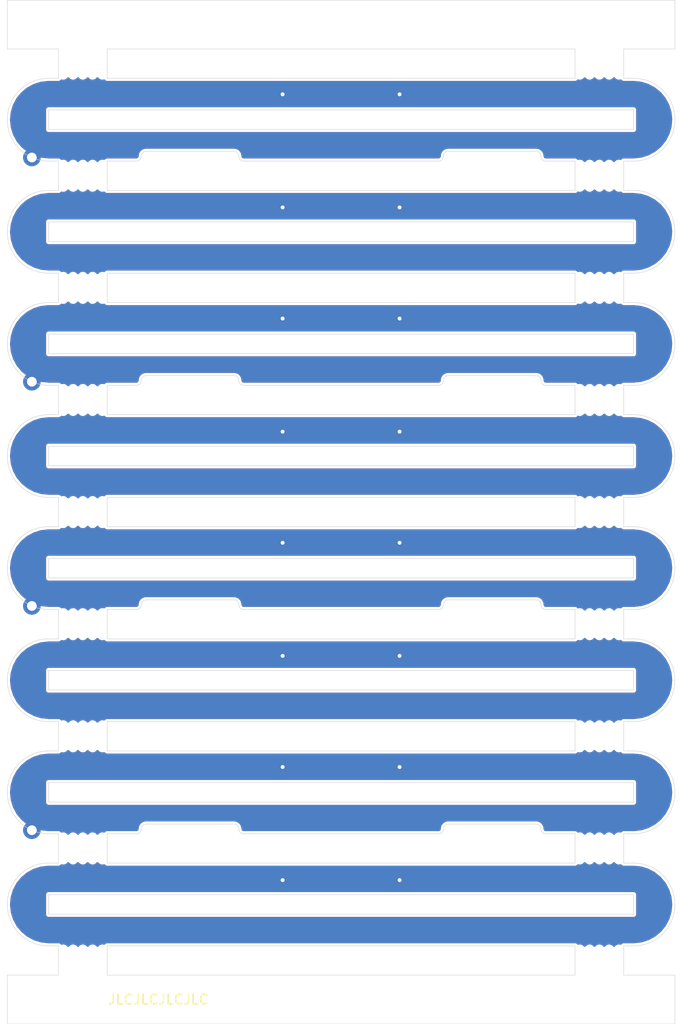
<source format=kicad_pcb>
(kicad_pcb (version 20171130) (host pcbnew "(5.1.10-1-10_14)")
  (layers (0 F.Cu signal) (31 B.Cu signal) (34 B.Paste user) (35 F.Paste user) (36 B.SilkS user) (37 F.SilkS user) (38 B.Mask user) (39 F.Mask user) (44 Edge.Cuts user))
  (net 0 "")
  (net 1 GND)
  (module cycfi_library:mounting_hole_st1.9 (layer F.Cu) (at 32.5 20.5)
    (fp_text reference REF** hide)
    (fp_text value mounting_hole_st1.9)
    (pad "" np_thru_hole circle (at 0 0) (size 2 2) (drill 2) (layers *.Cu *.Mask))
  )
  (module cycfi_library:mounting_hole_st1.9 (layer F.Cu) (at 87.5 20.5)
    (fp_text reference REF** hide)
    (fp_text value mounting_hole_st1.9)
    (pad "" np_thru_hole circle (at 0 0) (size 2 2) (drill 2) (layers *.Cu *.Mask))
  )
  (module cycfi_library:mounting_hole_st1.9 (layer F.Cu) (at 87.5 120.5)
    (fp_text reference REF** hide)
    (fp_text value mounting_hole_st1.9)
    (pad "" np_thru_hole circle (at 0 0) (size 2 2) (drill 2) (layers *.Cu *.Mask))
  )
  (module cycfi_library:mounting_hole_st1.9 (layer F.Cu) (at 32.5 120.5)
    (fp_text reference REF** hide)
    (fp_text value mounting_hole_st1.9)
    (pad "" np_thru_hole circle (at 0 0) (size 2 2) (drill 2) (layers *.Cu *.Mask))
  )
  (module cycfi_library:mouse-bite-3mm-slot-one-side (layer F.Cu) (at 86.5 116.5 180)
    (fp_text reference mouse-bite-3mm-slot hide)
    (fp_text value VAL** hide)
    (pad "" np_thru_hole circle (at 2 1.15 180) (size 0.5 0.5) (drill 0.5) (layers *.Cu *.Mask))
    (pad "" np_thru_hole circle (at -2 1.15 180) (size 0.5 0.5) (drill 0.5) (layers *.Cu *.Mask))
    (pad "" np_thru_hole circle (at 0 1.15 180) (size 0.5 0.5) (drill 0.5) (layers *.Cu *.Mask))
    (pad "" np_thru_hole circle (at -1 1.15 180) (size 0.5 0.5) (drill 0.5) (layers *.Cu *.Mask))
    (pad "" np_thru_hole circle (at 1 1.15 180) (size 0.5 0.5) (drill 0.5) (layers *.Cu *.Mask))
  )
  (module cycfi_library:mouse-bite-3mm-slot-one-side (layer F.Cu) (at 33.5 116.5 180)
    (fp_text reference mouse-bite-3mm-slot hide)
    (fp_text value VAL** hide)
    (pad "" np_thru_hole circle (at 2 1.15 180) (size 0.5 0.5) (drill 0.5) (layers *.Cu *.Mask))
    (pad "" np_thru_hole circle (at -2 1.15 180) (size 0.5 0.5) (drill 0.5) (layers *.Cu *.Mask))
    (pad "" np_thru_hole circle (at 0 1.15 180) (size 0.5 0.5) (drill 0.5) (layers *.Cu *.Mask))
    (pad "" np_thru_hole circle (at -1 1.15 180) (size 0.5 0.5) (drill 0.5) (layers *.Cu *.Mask))
    (pad "" np_thru_hole circle (at 1 1.15 180) (size 0.5 0.5) (drill 0.5) (layers *.Cu *.Mask))
  )
  (module cycfi_library:mouse-bite-3mm-slot-one-side (layer F.Cu) (at 86.5 24.5)
    (fp_text reference mouse-bite-3mm-slot hide)
    (fp_text value VAL** hide)
    (pad "" np_thru_hole circle (at 2 1.15) (size 0.5 0.5) (drill 0.5) (layers *.Cu *.Mask))
    (pad "" np_thru_hole circle (at -2 1.15) (size 0.5 0.5) (drill 0.5) (layers *.Cu *.Mask))
    (pad "" np_thru_hole circle (at 0 1.15) (size 0.5 0.5) (drill 0.5) (layers *.Cu *.Mask))
    (pad "" np_thru_hole circle (at -1 1.15) (size 0.5 0.5) (drill 0.5) (layers *.Cu *.Mask))
    (pad "" np_thru_hole circle (at 1 1.15) (size 0.5 0.5) (drill 0.5) (layers *.Cu *.Mask))
  )
  (module cycfi_library:mouse-bite-3mm-slot-one-side (layer F.Cu) (at 33.5 24.5)
    (fp_text reference mouse-bite-3mm-slot hide)
    (fp_text value VAL** hide)
    (pad "" np_thru_hole circle (at 2 1.15) (size 0.5 0.5) (drill 0.5) (layers *.Cu *.Mask))
    (pad "" np_thru_hole circle (at -2 1.15) (size 0.5 0.5) (drill 0.5) (layers *.Cu *.Mask))
    (pad "" np_thru_hole circle (at 0 1.15) (size 0.5 0.5) (drill 0.5) (layers *.Cu *.Mask))
    (pad "" np_thru_hole circle (at -1 1.15) (size 0.5 0.5) (drill 0.5) (layers *.Cu *.Mask))
    (pad "" np_thru_hole circle (at 1 1.15) (size 0.5 0.5) (drill 0.5) (layers *.Cu *.Mask))
  )
  (module cycfi_library:round-single-pad-1.8mm-th (layer F.Cu) (at 28.27 103.13)
    (fp_text reference H3 hide)
    (fp_text value single_pad_smd)
    (pad 1 thru_hole circle (at 0 0) (size 1.8 1.8) (drill 1) (layers *.Cu *.Mask) (net 1 GND))
  )
  (module cycfi_library:round-single-pad-1.8mm-th (layer F.Cu) (at 28.27 80.13)
    (fp_text reference H3 hide)
    (fp_text value single_pad_smd)
    (pad 1 thru_hole circle (at 0 0) (size 1.8 1.8) (drill 1) (layers *.Cu *.Mask) (net 1 GND))
  )
  (module cycfi_library:round-single-pad-1.8mm-th (layer F.Cu) (at 28.27 57.13)
    (fp_text reference H3 hide)
    (fp_text value single_pad_smd)
    (pad 1 thru_hole circle (at 0 0) (size 1.8 1.8) (drill 1) (layers *.Cu *.Mask) (net 1 GND))
  )
  (module cycfi_library:single-pad-10x2 (layer B.Cu) (at 60 96.65)
    (fp_text reference H4 hide)
    (fp_text value "Core GND")
    (pad 1 smd rect (at 0 0) (size 10 2) (layers B.Cu B.Paste B.Mask) (net 1 GND))
  )
  (module cycfi_library:single-pad-10x2 (layer B.Cu) (at 60 73.65)
    (fp_text reference H4 hide)
    (fp_text value "Core GND")
    (pad 1 smd rect (at 0 0) (size 10 2) (layers B.Cu B.Paste B.Mask) (net 1 GND))
  )
  (module cycfi_library:single-pad-10x2 (layer B.Cu) (at 60 50.65)
    (fp_text reference H4 hide)
    (fp_text value "Core GND")
    (pad 1 smd rect (at 0 0) (size 10 2) (layers B.Cu B.Paste B.Mask) (net 1 GND))
  )
  (module cycfi_library:mouse-bite-3mm-slot (layer F.Cu) (at 33.5 105)
    (fp_text reference mouse-bite-3mm-slot hide)
    (fp_text value VAL** hide)
    (pad "" np_thru_hole circle (at -2 1.15) (size 0.5 0.5) (drill 0.5) (layers *.Cu *.Mask))
    (pad "" np_thru_hole circle (at -2 -1.15) (size 0.5 0.5) (drill 0.5) (layers *.Cu *.Mask))
    (pad "" np_thru_hole circle (at 2 1.15) (size 0.5 0.5) (drill 0.5) (layers *.Cu *.Mask))
    (pad "" np_thru_hole circle (at 2 -1.15) (size 0.5 0.5) (drill 0.5) (layers *.Cu *.Mask))
    (pad "" np_thru_hole circle (at 0 -1.15) (size 0.5 0.5) (drill 0.5) (layers *.Cu *.Mask))
    (pad "" np_thru_hole circle (at 0 1.15) (size 0.5 0.5) (drill 0.5) (layers *.Cu *.Mask))
    (pad "" np_thru_hole circle (at 1 -1.15) (size 0.5 0.5) (drill 0.5) (layers *.Cu *.Mask))
    (pad "" np_thru_hole circle (at -1 -1.15) (size 0.5 0.5) (drill 0.5) (layers *.Cu *.Mask))
    (pad "" np_thru_hole circle (at -1 1.15) (size 0.5 0.5) (drill 0.5) (layers *.Cu *.Mask))
    (pad "" np_thru_hole circle (at 1 1.15) (size 0.5 0.5) (drill 0.5) (layers *.Cu *.Mask))
  )
  (module cycfi_library:mouse-bite-3mm-slot (layer F.Cu) (at 33.5 82)
    (fp_text reference mouse-bite-3mm-slot hide)
    (fp_text value VAL** hide)
    (pad "" np_thru_hole circle (at -2 1.15) (size 0.5 0.5) (drill 0.5) (layers *.Cu *.Mask))
    (pad "" np_thru_hole circle (at -2 -1.15) (size 0.5 0.5) (drill 0.5) (layers *.Cu *.Mask))
    (pad "" np_thru_hole circle (at 2 1.15) (size 0.5 0.5) (drill 0.5) (layers *.Cu *.Mask))
    (pad "" np_thru_hole circle (at 2 -1.15) (size 0.5 0.5) (drill 0.5) (layers *.Cu *.Mask))
    (pad "" np_thru_hole circle (at 0 -1.15) (size 0.5 0.5) (drill 0.5) (layers *.Cu *.Mask))
    (pad "" np_thru_hole circle (at 0 1.15) (size 0.5 0.5) (drill 0.5) (layers *.Cu *.Mask))
    (pad "" np_thru_hole circle (at 1 -1.15) (size 0.5 0.5) (drill 0.5) (layers *.Cu *.Mask))
    (pad "" np_thru_hole circle (at -1 -1.15) (size 0.5 0.5) (drill 0.5) (layers *.Cu *.Mask))
    (pad "" np_thru_hole circle (at -1 1.15) (size 0.5 0.5) (drill 0.5) (layers *.Cu *.Mask))
    (pad "" np_thru_hole circle (at 1 1.15) (size 0.5 0.5) (drill 0.5) (layers *.Cu *.Mask))
  )
  (module cycfi_library:mouse-bite-3mm-slot (layer F.Cu) (at 33.5 59)
    (fp_text reference mouse-bite-3mm-slot hide)
    (fp_text value VAL** hide)
    (pad "" np_thru_hole circle (at -2 1.15) (size 0.5 0.5) (drill 0.5) (layers *.Cu *.Mask))
    (pad "" np_thru_hole circle (at -2 -1.15) (size 0.5 0.5) (drill 0.5) (layers *.Cu *.Mask))
    (pad "" np_thru_hole circle (at 2 1.15) (size 0.5 0.5) (drill 0.5) (layers *.Cu *.Mask))
    (pad "" np_thru_hole circle (at 2 -1.15) (size 0.5 0.5) (drill 0.5) (layers *.Cu *.Mask))
    (pad "" np_thru_hole circle (at 0 -1.15) (size 0.5 0.5) (drill 0.5) (layers *.Cu *.Mask))
    (pad "" np_thru_hole circle (at 0 1.15) (size 0.5 0.5) (drill 0.5) (layers *.Cu *.Mask))
    (pad "" np_thru_hole circle (at 1 -1.15) (size 0.5 0.5) (drill 0.5) (layers *.Cu *.Mask))
    (pad "" np_thru_hole circle (at -1 -1.15) (size 0.5 0.5) (drill 0.5) (layers *.Cu *.Mask))
    (pad "" np_thru_hole circle (at -1 1.15) (size 0.5 0.5) (drill 0.5) (layers *.Cu *.Mask))
    (pad "" np_thru_hole circle (at 1 1.15) (size 0.5 0.5) (drill 0.5) (layers *.Cu *.Mask))
  )
  (module cycfi_library:mouse-bite-3mm-slot (layer F.Cu) (at 86.5 93.5)
    (fp_text reference mouse-bite-3mm-slot hide)
    (fp_text value VAL** hide)
    (pad "" np_thru_hole circle (at -2 1.15) (size 0.5 0.5) (drill 0.5) (layers *.Cu *.Mask))
    (pad "" np_thru_hole circle (at -2 -1.15) (size 0.5 0.5) (drill 0.5) (layers *.Cu *.Mask))
    (pad "" np_thru_hole circle (at 2 1.15) (size 0.5 0.5) (drill 0.5) (layers *.Cu *.Mask))
    (pad "" np_thru_hole circle (at 2 -1.15) (size 0.5 0.5) (drill 0.5) (layers *.Cu *.Mask))
    (pad "" np_thru_hole circle (at 0 -1.15) (size 0.5 0.5) (drill 0.5) (layers *.Cu *.Mask))
    (pad "" np_thru_hole circle (at 0 1.15) (size 0.5 0.5) (drill 0.5) (layers *.Cu *.Mask))
    (pad "" np_thru_hole circle (at 1 -1.15) (size 0.5 0.5) (drill 0.5) (layers *.Cu *.Mask))
    (pad "" np_thru_hole circle (at -1 -1.15) (size 0.5 0.5) (drill 0.5) (layers *.Cu *.Mask))
    (pad "" np_thru_hole circle (at -1 1.15) (size 0.5 0.5) (drill 0.5) (layers *.Cu *.Mask))
    (pad "" np_thru_hole circle (at 1 1.15) (size 0.5 0.5) (drill 0.5) (layers *.Cu *.Mask))
  )
  (module cycfi_library:mouse-bite-3mm-slot (layer F.Cu) (at 86.5 70.5)
    (fp_text reference mouse-bite-3mm-slot hide)
    (fp_text value VAL** hide)
    (pad "" np_thru_hole circle (at -2 1.15) (size 0.5 0.5) (drill 0.5) (layers *.Cu *.Mask))
    (pad "" np_thru_hole circle (at -2 -1.15) (size 0.5 0.5) (drill 0.5) (layers *.Cu *.Mask))
    (pad "" np_thru_hole circle (at 2 1.15) (size 0.5 0.5) (drill 0.5) (layers *.Cu *.Mask))
    (pad "" np_thru_hole circle (at 2 -1.15) (size 0.5 0.5) (drill 0.5) (layers *.Cu *.Mask))
    (pad "" np_thru_hole circle (at 0 -1.15) (size 0.5 0.5) (drill 0.5) (layers *.Cu *.Mask))
    (pad "" np_thru_hole circle (at 0 1.15) (size 0.5 0.5) (drill 0.5) (layers *.Cu *.Mask))
    (pad "" np_thru_hole circle (at 1 -1.15) (size 0.5 0.5) (drill 0.5) (layers *.Cu *.Mask))
    (pad "" np_thru_hole circle (at -1 -1.15) (size 0.5 0.5) (drill 0.5) (layers *.Cu *.Mask))
    (pad "" np_thru_hole circle (at -1 1.15) (size 0.5 0.5) (drill 0.5) (layers *.Cu *.Mask))
    (pad "" np_thru_hole circle (at 1 1.15) (size 0.5 0.5) (drill 0.5) (layers *.Cu *.Mask))
  )
  (module cycfi_library:mouse-bite-3mm-slot (layer F.Cu) (at 86.5 105)
    (fp_text reference mouse-bite-3mm-slot hide)
    (fp_text value VAL** hide)
    (pad "" np_thru_hole circle (at -2 1.15) (size 0.5 0.5) (drill 0.5) (layers *.Cu *.Mask))
    (pad "" np_thru_hole circle (at -2 -1.15) (size 0.5 0.5) (drill 0.5) (layers *.Cu *.Mask))
    (pad "" np_thru_hole circle (at 2 1.15) (size 0.5 0.5) (drill 0.5) (layers *.Cu *.Mask))
    (pad "" np_thru_hole circle (at 2 -1.15) (size 0.5 0.5) (drill 0.5) (layers *.Cu *.Mask))
    (pad "" np_thru_hole circle (at 0 -1.15) (size 0.5 0.5) (drill 0.5) (layers *.Cu *.Mask))
    (pad "" np_thru_hole circle (at 0 1.15) (size 0.5 0.5) (drill 0.5) (layers *.Cu *.Mask))
    (pad "" np_thru_hole circle (at 1 -1.15) (size 0.5 0.5) (drill 0.5) (layers *.Cu *.Mask))
    (pad "" np_thru_hole circle (at -1 -1.15) (size 0.5 0.5) (drill 0.5) (layers *.Cu *.Mask))
    (pad "" np_thru_hole circle (at -1 1.15) (size 0.5 0.5) (drill 0.5) (layers *.Cu *.Mask))
    (pad "" np_thru_hole circle (at 1 1.15) (size 0.5 0.5) (drill 0.5) (layers *.Cu *.Mask))
  )
  (module cycfi_library:mouse-bite-3mm-slot (layer F.Cu) (at 86.5 82)
    (fp_text reference mouse-bite-3mm-slot hide)
    (fp_text value VAL** hide)
    (pad "" np_thru_hole circle (at -2 1.15) (size 0.5 0.5) (drill 0.5) (layers *.Cu *.Mask))
    (pad "" np_thru_hole circle (at -2 -1.15) (size 0.5 0.5) (drill 0.5) (layers *.Cu *.Mask))
    (pad "" np_thru_hole circle (at 2 1.15) (size 0.5 0.5) (drill 0.5) (layers *.Cu *.Mask))
    (pad "" np_thru_hole circle (at 2 -1.15) (size 0.5 0.5) (drill 0.5) (layers *.Cu *.Mask))
    (pad "" np_thru_hole circle (at 0 -1.15) (size 0.5 0.5) (drill 0.5) (layers *.Cu *.Mask))
    (pad "" np_thru_hole circle (at 0 1.15) (size 0.5 0.5) (drill 0.5) (layers *.Cu *.Mask))
    (pad "" np_thru_hole circle (at 1 -1.15) (size 0.5 0.5) (drill 0.5) (layers *.Cu *.Mask))
    (pad "" np_thru_hole circle (at -1 -1.15) (size 0.5 0.5) (drill 0.5) (layers *.Cu *.Mask))
    (pad "" np_thru_hole circle (at -1 1.15) (size 0.5 0.5) (drill 0.5) (layers *.Cu *.Mask))
    (pad "" np_thru_hole circle (at 1 1.15) (size 0.5 0.5) (drill 0.5) (layers *.Cu *.Mask))
  )
  (module cycfi_library:mouse-bite-3mm-slot (layer F.Cu) (at 86.5 59)
    (fp_text reference mouse-bite-3mm-slot hide)
    (fp_text value VAL** hide)
    (pad "" np_thru_hole circle (at -2 1.15) (size 0.5 0.5) (drill 0.5) (layers *.Cu *.Mask))
    (pad "" np_thru_hole circle (at -2 -1.15) (size 0.5 0.5) (drill 0.5) (layers *.Cu *.Mask))
    (pad "" np_thru_hole circle (at 2 1.15) (size 0.5 0.5) (drill 0.5) (layers *.Cu *.Mask))
    (pad "" np_thru_hole circle (at 2 -1.15) (size 0.5 0.5) (drill 0.5) (layers *.Cu *.Mask))
    (pad "" np_thru_hole circle (at 0 -1.15) (size 0.5 0.5) (drill 0.5) (layers *.Cu *.Mask))
    (pad "" np_thru_hole circle (at 0 1.15) (size 0.5 0.5) (drill 0.5) (layers *.Cu *.Mask))
    (pad "" np_thru_hole circle (at 1 -1.15) (size 0.5 0.5) (drill 0.5) (layers *.Cu *.Mask))
    (pad "" np_thru_hole circle (at -1 -1.15) (size 0.5 0.5) (drill 0.5) (layers *.Cu *.Mask))
    (pad "" np_thru_hole circle (at -1 1.15) (size 0.5 0.5) (drill 0.5) (layers *.Cu *.Mask))
    (pad "" np_thru_hole circle (at 1 1.15) (size 0.5 0.5) (drill 0.5) (layers *.Cu *.Mask))
  )
  (module cycfi_library:single-pad-10x2 (layer F.Cu) (at 60 108.15)
    (fp_text reference H3 hide)
    (fp_text value single_pad_smd)
    (pad 1 smd rect (at 0 0) (size 10 2) (layers F.Cu F.Paste F.Mask) (net 1 GND))
  )
  (module cycfi_library:single-pad-10x2 (layer F.Cu) (at 60 85.15)
    (fp_text reference H3 hide)
    (fp_text value single_pad_smd)
    (pad 1 smd rect (at 0 0) (size 10 2) (layers F.Cu F.Paste F.Mask) (net 1 GND))
  )
  (module cycfi_library:single-pad-10x2 (layer F.Cu) (at 60 62.15)
    (fp_text reference H3 hide)
    (fp_text value single_pad_smd)
    (pad 1 smd rect (at 0 0) (size 10 2) (layers F.Cu F.Paste F.Mask) (net 1 GND))
  )
  (module cycfi_library:mouse-bite-3mm-slot (layer F.Cu) (at 33.5 93.5)
    (fp_text reference mouse-bite-3mm-slot hide)
    (fp_text value VAL** hide)
    (pad "" np_thru_hole circle (at -2 1.15) (size 0.5 0.5) (drill 0.5) (layers *.Cu *.Mask))
    (pad "" np_thru_hole circle (at -2 -1.15) (size 0.5 0.5) (drill 0.5) (layers *.Cu *.Mask))
    (pad "" np_thru_hole circle (at 2 1.15) (size 0.5 0.5) (drill 0.5) (layers *.Cu *.Mask))
    (pad "" np_thru_hole circle (at 2 -1.15) (size 0.5 0.5) (drill 0.5) (layers *.Cu *.Mask))
    (pad "" np_thru_hole circle (at 0 -1.15) (size 0.5 0.5) (drill 0.5) (layers *.Cu *.Mask))
    (pad "" np_thru_hole circle (at 0 1.15) (size 0.5 0.5) (drill 0.5) (layers *.Cu *.Mask))
    (pad "" np_thru_hole circle (at 1 -1.15) (size 0.5 0.5) (drill 0.5) (layers *.Cu *.Mask))
    (pad "" np_thru_hole circle (at -1 -1.15) (size 0.5 0.5) (drill 0.5) (layers *.Cu *.Mask))
    (pad "" np_thru_hole circle (at -1 1.15) (size 0.5 0.5) (drill 0.5) (layers *.Cu *.Mask))
    (pad "" np_thru_hole circle (at 1 1.15) (size 0.5 0.5) (drill 0.5) (layers *.Cu *.Mask))
  )
  (module cycfi_library:mouse-bite-3mm-slot (layer F.Cu) (at 33.5 70.5)
    (fp_text reference mouse-bite-3mm-slot hide)
    (fp_text value VAL** hide)
    (pad "" np_thru_hole circle (at -2 1.15) (size 0.5 0.5) (drill 0.5) (layers *.Cu *.Mask))
    (pad "" np_thru_hole circle (at -2 -1.15) (size 0.5 0.5) (drill 0.5) (layers *.Cu *.Mask))
    (pad "" np_thru_hole circle (at 2 1.15) (size 0.5 0.5) (drill 0.5) (layers *.Cu *.Mask))
    (pad "" np_thru_hole circle (at 2 -1.15) (size 0.5 0.5) (drill 0.5) (layers *.Cu *.Mask))
    (pad "" np_thru_hole circle (at 0 -1.15) (size 0.5 0.5) (drill 0.5) (layers *.Cu *.Mask))
    (pad "" np_thru_hole circle (at 0 1.15) (size 0.5 0.5) (drill 0.5) (layers *.Cu *.Mask))
    (pad "" np_thru_hole circle (at 1 -1.15) (size 0.5 0.5) (drill 0.5) (layers *.Cu *.Mask))
    (pad "" np_thru_hole circle (at -1 -1.15) (size 0.5 0.5) (drill 0.5) (layers *.Cu *.Mask))
    (pad "" np_thru_hole circle (at -1 1.15) (size 0.5 0.5) (drill 0.5) (layers *.Cu *.Mask))
    (pad "" np_thru_hole circle (at 1 1.15) (size 0.5 0.5) (drill 0.5) (layers *.Cu *.Mask))
  )
  (module cycfi_library:mouse-bite-3mm-slot (layer F.Cu) (at 86.5 47.5)
    (fp_text reference mouse-bite-3mm-slot hide)
    (fp_text value VAL** hide)
    (pad "" np_thru_hole circle (at -2 1.15) (size 0.5 0.5) (drill 0.5) (layers *.Cu *.Mask))
    (pad "" np_thru_hole circle (at -2 -1.15) (size 0.5 0.5) (drill 0.5) (layers *.Cu *.Mask))
    (pad "" np_thru_hole circle (at 2 1.15) (size 0.5 0.5) (drill 0.5) (layers *.Cu *.Mask))
    (pad "" np_thru_hole circle (at 2 -1.15) (size 0.5 0.5) (drill 0.5) (layers *.Cu *.Mask))
    (pad "" np_thru_hole circle (at 0 -1.15) (size 0.5 0.5) (drill 0.5) (layers *.Cu *.Mask))
    (pad "" np_thru_hole circle (at 0 1.15) (size 0.5 0.5) (drill 0.5) (layers *.Cu *.Mask))
    (pad "" np_thru_hole circle (at 1 -1.15) (size 0.5 0.5) (drill 0.5) (layers *.Cu *.Mask))
    (pad "" np_thru_hole circle (at -1 -1.15) (size 0.5 0.5) (drill 0.5) (layers *.Cu *.Mask))
    (pad "" np_thru_hole circle (at -1 1.15) (size 0.5 0.5) (drill 0.5) (layers *.Cu *.Mask))
    (pad "" np_thru_hole circle (at 1 1.15) (size 0.5 0.5) (drill 0.5) (layers *.Cu *.Mask))
  )
  (module cycfi_library:mouse-bite-3mm-slot (layer F.Cu) (at 33.5 47.5)
    (fp_text reference mouse-bite-3mm-slot hide)
    (fp_text value VAL** hide)
    (pad "" np_thru_hole circle (at -2 1.15) (size 0.5 0.5) (drill 0.5) (layers *.Cu *.Mask))
    (pad "" np_thru_hole circle (at -2 -1.15) (size 0.5 0.5) (drill 0.5) (layers *.Cu *.Mask))
    (pad "" np_thru_hole circle (at 2 1.15) (size 0.5 0.5) (drill 0.5) (layers *.Cu *.Mask))
    (pad "" np_thru_hole circle (at 2 -1.15) (size 0.5 0.5) (drill 0.5) (layers *.Cu *.Mask))
    (pad "" np_thru_hole circle (at 0 -1.15) (size 0.5 0.5) (drill 0.5) (layers *.Cu *.Mask))
    (pad "" np_thru_hole circle (at 0 1.15) (size 0.5 0.5) (drill 0.5) (layers *.Cu *.Mask))
    (pad "" np_thru_hole circle (at 1 -1.15) (size 0.5 0.5) (drill 0.5) (layers *.Cu *.Mask))
    (pad "" np_thru_hole circle (at -1 -1.15) (size 0.5 0.5) (drill 0.5) (layers *.Cu *.Mask))
    (pad "" np_thru_hole circle (at -1 1.15) (size 0.5 0.5) (drill 0.5) (layers *.Cu *.Mask))
    (pad "" np_thru_hole circle (at 1 1.15) (size 0.5 0.5) (drill 0.5) (layers *.Cu *.Mask))
  )
  (module cycfi_library:mouse-bite-3mm-slot (layer F.Cu) (at 86.5 36)
    (fp_text reference mouse-bite-3mm-slot hide)
    (fp_text value VAL** hide)
    (pad "" np_thru_hole circle (at -2 1.15) (size 0.5 0.5) (drill 0.5) (layers *.Cu *.Mask))
    (pad "" np_thru_hole circle (at -2 -1.15) (size 0.5 0.5) (drill 0.5) (layers *.Cu *.Mask))
    (pad "" np_thru_hole circle (at 2 1.15) (size 0.5 0.5) (drill 0.5) (layers *.Cu *.Mask))
    (pad "" np_thru_hole circle (at 2 -1.15) (size 0.5 0.5) (drill 0.5) (layers *.Cu *.Mask))
    (pad "" np_thru_hole circle (at 0 -1.15) (size 0.5 0.5) (drill 0.5) (layers *.Cu *.Mask))
    (pad "" np_thru_hole circle (at 0 1.15) (size 0.5 0.5) (drill 0.5) (layers *.Cu *.Mask))
    (pad "" np_thru_hole circle (at 1 -1.15) (size 0.5 0.5) (drill 0.5) (layers *.Cu *.Mask))
    (pad "" np_thru_hole circle (at -1 -1.15) (size 0.5 0.5) (drill 0.5) (layers *.Cu *.Mask))
    (pad "" np_thru_hole circle (at -1 1.15) (size 0.5 0.5) (drill 0.5) (layers *.Cu *.Mask))
    (pad "" np_thru_hole circle (at 1 1.15) (size 0.5 0.5) (drill 0.5) (layers *.Cu *.Mask))
  )
  (module cycfi_library:mouse-bite-3mm-slot (layer F.Cu) (at 33.5 36)
    (fp_text reference mouse-bite-3mm-slot hide)
    (fp_text value VAL** hide)
    (pad "" np_thru_hole circle (at -2 1.15) (size 0.5 0.5) (drill 0.5) (layers *.Cu *.Mask))
    (pad "" np_thru_hole circle (at -2 -1.15) (size 0.5 0.5) (drill 0.5) (layers *.Cu *.Mask))
    (pad "" np_thru_hole circle (at 2 1.15) (size 0.5 0.5) (drill 0.5) (layers *.Cu *.Mask))
    (pad "" np_thru_hole circle (at 2 -1.15) (size 0.5 0.5) (drill 0.5) (layers *.Cu *.Mask))
    (pad "" np_thru_hole circle (at 0 -1.15) (size 0.5 0.5) (drill 0.5) (layers *.Cu *.Mask))
    (pad "" np_thru_hole circle (at 0 1.15) (size 0.5 0.5) (drill 0.5) (layers *.Cu *.Mask))
    (pad "" np_thru_hole circle (at 1 -1.15) (size 0.5 0.5) (drill 0.5) (layers *.Cu *.Mask))
    (pad "" np_thru_hole circle (at -1 -1.15) (size 0.5 0.5) (drill 0.5) (layers *.Cu *.Mask))
    (pad "" np_thru_hole circle (at -1 1.15) (size 0.5 0.5) (drill 0.5) (layers *.Cu *.Mask))
    (pad "" np_thru_hole circle (at 1 1.15) (size 0.5 0.5) (drill 0.5) (layers *.Cu *.Mask))
  )
  (module cycfi_library:round-single-pad-1.8mm-th (layer F.Cu) (at 28.27 34.13)
    (fp_text reference H3 hide)
    (fp_text value single_pad_smd)
    (pad 1 thru_hole circle (at 0 0) (size 1.8 1.8) (drill 1) (layers *.Cu *.Mask) (net 1 GND))
  )
  (module cycfi_library:single-pad-10x2 (layer B.Cu) (at 60 27.65)
    (fp_text reference H4 hide)
    (fp_text value "Core GND")
    (pad 1 smd rect (at 0 0) (size 10 2) (layers B.Cu B.Paste B.Mask) (net 1 GND))
  )
  (module cycfi_library:single-pad-10x2 (layer F.Cu) (at 60 39.15)
    (fp_text reference H3 hide)
    (fp_text value single_pad_smd)
    (pad 1 smd rect (at 0 0) (size 10 2) (layers F.Cu F.Paste F.Mask) (net 1 GND))
  )
  (gr_line (start 31 49) (end 30 49) (layer Edge.Cuts) (width 0.05))
  (gr_line (start 84 49) (end 36 49) (layer Edge.Cuts) (width 0.05))
  (gr_line (start 90 49) (end 89 49) (layer Edge.Cuts) (width 0.05))
  (gr_line (start 31 72) (end 30 72) (layer Edge.Cuts) (width 0.05))
  (gr_line (start 84 72) (end 36 72) (layer Edge.Cuts) (width 0.05))
  (gr_line (start 90 72) (end 89 72) (layer Edge.Cuts) (width 0.05))
  (gr_line (start 31 95) (end 30 95) (layer Edge.Cuts) (width 0.05))
  (gr_line (start 84 95) (end 36 95) (layer Edge.Cuts) (width 0.05))
  (gr_line (start 90 95) (end 89 95) (layer Edge.Cuts) (width 0.05))
  (gr_line (start 84 60.5) (end 84 57.5) (layer Edge.Cuts) (width 0.05))
  (gr_line (start 84 37.5) (end 84 34.5) (layer Edge.Cuts) (width 0.05))
  (gr_line (start 84 83.5) (end 84 80.5) (layer Edge.Cuts) (width 0.05))
  (gr_line (start 84 106.5) (end 84 103.5) (layer Edge.Cuts) (width 0.05))
  (gr_text JLCJLCJLCJLC (at 41.25 120.5) (layer F.SilkS) (effects (font (size 1 1))))
  (gr_line (start 25.75 118) (end 25.75 123) (layer Edge.Cuts) (width 0.05))
  (gr_line (start 84 118) (end 36 118) (layer Edge.Cuts) (width 0.05))
  (gr_line (start 94.25 123) (end 94.25 118) (layer Edge.Cuts) (width 0.05))
  (gr_line (start 25.75 123) (end 94.25 123) (layer Edge.Cuts) (width 0.05))
  (gr_line (start 31 118) (end 25.75 118) (layer Edge.Cuts) (width 0.05))
  (gr_line (start 94.25 118) (end 89 118) (layer Edge.Cuts) (width 0.05))
  (gr_line (start 84 26) (end 36 26) (layer Edge.Cuts) (width 0.05))
  (gr_line (start 84 23) (end 84 26) (layer Edge.Cuts) (width 0.05))
  (gr_line (start 36 23) (end 84 23) (layer Edge.Cuts) (width 0.05))
  (gr_line (start 36 26) (end 36 23) (layer Edge.Cuts) (width 0.05))
  (gr_line (start 31 26) (end 30 26) (layer Edge.Cuts) (width 0.05))
  (gr_line (start 31 23) (end 31 26) (layer Edge.Cuts) (width 0.05))
  (gr_line (start 25.75 23) (end 31 23) (layer Edge.Cuts) (width 0.05))
  (gr_line (start 25.75 18) (end 25.75 23) (layer Edge.Cuts) (width 0.05))
  (gr_line (start 94.25 18) (end 25.75 18) (layer Edge.Cuts) (width 0.05))
  (gr_line (start 94.25 23) (end 94.25 18) (layer Edge.Cuts) (width 0.05))
  (gr_line (start 89 23) (end 94.25 23) (layer Edge.Cuts) (width 0.05))
  (gr_line (start 89 26) (end 89 23) (layer Edge.Cuts) (width 0.05))
  (gr_line (start 90 26) (end 89 26) (layer Edge.Cuts) (width 0.05))
  (gr_line (start 36 103.5) (end 39 103.5) (layer Edge.Cuts) (width 0.05))
  (gr_line (start 36 80.5) (end 39 80.5) (layer Edge.Cuts) (width 0.05))
  (gr_line (start 36 57.5) (end 39 57.5) (layer Edge.Cuts) (width 0.05))
  (gr_line (start 31 106.5) (end 30 106.5) (layer Edge.Cuts) (width 0.05))
  (gr_line (start 31 83.5) (end 30 83.5) (layer Edge.Cuts) (width 0.05))
  (gr_line (start 31 60.5) (end 30 60.5) (layer Edge.Cuts) (width 0.05))
  (gr_line (start 31 103.5) (end 31 106.5) (layer Edge.Cuts) (width 0.05))
  (gr_line (start 31 80.5) (end 31 83.5) (layer Edge.Cuts) (width 0.05))
  (gr_line (start 31 57.5) (end 31 60.5) (layer Edge.Cuts) (width 0.05))
  (gr_arc (start 30 110.75) (end 30 106.5) (angle -180) (layer Edge.Cuts) (width 0.05))
  (gr_arc (start 30 87.75) (end 30 83.5) (angle -180) (layer Edge.Cuts) (width 0.05))
  (gr_arc (start 30 64.75) (end 30 60.5) (angle -180) (layer Edge.Cuts) (width 0.05))
  (gr_line (start 30 98.25) (end 30 100.25) (layer Edge.Cuts) (width 0.05))
  (gr_line (start 30 75.25) (end 30 77.25) (layer Edge.Cuts) (width 0.05))
  (gr_line (start 30 52.25) (end 30 54.25) (layer Edge.Cuts) (width 0.05))
  (gr_arc (start 90 99.25) (end 90 103.5) (angle -180) (layer Edge.Cuts) (width 0.05))
  (gr_arc (start 90 76.25) (end 90 80.5) (angle -180) (layer Edge.Cuts) (width 0.05))
  (gr_arc (start 90 53.25) (end 90 57.5) (angle -180) (layer Edge.Cuts) (width 0.05))
  (gr_arc (start 39 103) (end 39 103.5) (angle -90) (layer Edge.Cuts) (width 0.05))
  (gr_arc (start 39 80) (end 39 80.5) (angle -90) (layer Edge.Cuts) (width 0.05))
  (gr_arc (start 39 57) (end 39 57.5) (angle -90) (layer Edge.Cuts) (width 0.05))
  (gr_arc (start 40 103) (end 40 102.5) (angle -90) (layer Edge.Cuts) (width 0.05))
  (gr_arc (start 40 80) (end 40 79.5) (angle -90) (layer Edge.Cuts) (width 0.05))
  (gr_arc (start 40 57) (end 40 56.5) (angle -90) (layer Edge.Cuts) (width 0.05))
  (gr_arc (start 71 103) (end 71 102.5) (angle -90) (layer Edge.Cuts) (width 0.05))
  (gr_arc (start 71 80) (end 71 79.5) (angle -90) (layer Edge.Cuts) (width 0.05))
  (gr_arc (start 71 57) (end 71 56.5) (angle -90) (layer Edge.Cuts) (width 0.05))
  (gr_arc (start 80 103) (end 80.5 103) (angle -90) (layer Edge.Cuts) (width 0.05))
  (gr_arc (start 80 80) (end 80.5 80) (angle -90) (layer Edge.Cuts) (width 0.05))
  (gr_arc (start 80 57) (end 80.5 57) (angle -90) (layer Edge.Cuts) (width 0.05))
  (gr_arc (start 81 103) (end 80.5 103) (angle -90) (layer Edge.Cuts) (width 0.05))
  (gr_arc (start 81 80) (end 80.5 80) (angle -90) (layer Edge.Cuts) (width 0.05))
  (gr_arc (start 81 57) (end 80.5 57) (angle -90) (layer Edge.Cuts) (width 0.05))
  (gr_arc (start 49 103) (end 49.5 103) (angle -90) (layer Edge.Cuts) (width 0.05))
  (gr_arc (start 49 80) (end 49.5 80) (angle -90) (layer Edge.Cuts) (width 0.05))
  (gr_arc (start 49 57) (end 49.5 57) (angle -90) (layer Edge.Cuts) (width 0.05))
  (gr_arc (start 50 103) (end 49.5 103) (angle -90) (layer Edge.Cuts) (width 0.05))
  (gr_arc (start 50 80) (end 49.5 80) (angle -90) (layer Edge.Cuts) (width 0.05))
  (gr_arc (start 50 57) (end 49.5 57) (angle -90) (layer Edge.Cuts) (width 0.05))
  (gr_line (start 50 103.5) (end 70 103.5) (layer Edge.Cuts) (width 0.05))
  (gr_line (start 50 80.5) (end 70 80.5) (layer Edge.Cuts) (width 0.05))
  (gr_line (start 50 57.5) (end 70 57.5) (layer Edge.Cuts) (width 0.05))
  (gr_line (start 71 102.5) (end 80 102.5) (layer Edge.Cuts) (width 0.05))
  (gr_line (start 71 79.5) (end 80 79.5) (layer Edge.Cuts) (width 0.05))
  (gr_line (start 71 56.5) (end 80 56.5) (layer Edge.Cuts) (width 0.05))
  (gr_line (start 40 102.5) (end 49 102.5) (layer Edge.Cuts) (width 0.05))
  (gr_line (start 40 79.5) (end 49 79.5) (layer Edge.Cuts) (width 0.05))
  (gr_line (start 40 56.5) (end 49 56.5) (layer Edge.Cuts) (width 0.05))
  (gr_line (start 90 98.25) (end 90 100.25) (layer Edge.Cuts) (width 0.05))
  (gr_line (start 90 75.25) (end 90 77.25) (layer Edge.Cuts) (width 0.05))
  (gr_line (start 90 52.25) (end 90 54.25) (layer Edge.Cuts) (width 0.05))
  (gr_arc (start 30 99.25) (end 30 95) (angle -180) (layer Edge.Cuts) (width 0.05))
  (gr_arc (start 30 76.25) (end 30 72) (angle -180) (layer Edge.Cuts) (width 0.05))
  (gr_arc (start 30 53.25) (end 30 49) (angle -180) (layer Edge.Cuts) (width 0.05))
  (gr_line (start 30 98.25) (end 90 98.25) (layer Edge.Cuts) (width 0.05))
  (gr_line (start 30 75.25) (end 90 75.25) (layer Edge.Cuts) (width 0.05))
  (gr_line (start 30 52.25) (end 90 52.25) (layer Edge.Cuts) (width 0.05))
  (gr_arc (start 70 103) (end 70 103.5) (angle -90) (layer Edge.Cuts) (width 0.05))
  (gr_arc (start 70 80) (end 70 80.5) (angle -90) (layer Edge.Cuts) (width 0.05))
  (gr_arc (start 70 57) (end 70 57.5) (angle -90) (layer Edge.Cuts) (width 0.05))
  (gr_line (start 31 115) (end 31 118) (layer Edge.Cuts) (width 0.05))
  (gr_line (start 31 92) (end 31 95) (layer Edge.Cuts) (width 0.05))
  (gr_line (start 31 69) (end 31 72) (layer Edge.Cuts) (width 0.05))
  (gr_line (start 89 115) (end 89 118) (layer Edge.Cuts) (width 0.05))
  (gr_line (start 89 92) (end 89 95) (layer Edge.Cuts) (width 0.05))
  (gr_line (start 89 69) (end 89 72) (layer Edge.Cuts) (width 0.05))
  (gr_line (start 84 106.5) (end 36 106.5) (layer Edge.Cuts) (width 0.05))
  (gr_line (start 84 83.5) (end 36 83.5) (layer Edge.Cuts) (width 0.05))
  (gr_line (start 84 60.5) (end 36 60.5) (layer Edge.Cuts) (width 0.05))
  (gr_line (start 89 106.5) (end 90 106.5) (layer Edge.Cuts) (width 0.05))
  (gr_line (start 89 83.5) (end 90 83.5) (layer Edge.Cuts) (width 0.05))
  (gr_line (start 89 60.5) (end 90 60.5) (layer Edge.Cuts) (width 0.05))
  (gr_line (start 84 118) (end 84 115) (layer Edge.Cuts) (width 0.05))
  (gr_line (start 84 95) (end 84 92) (layer Edge.Cuts) (width 0.05))
  (gr_line (start 84 72) (end 84 69) (layer Edge.Cuts) (width 0.05))
  (gr_line (start 36 115) (end 36 118) (layer Edge.Cuts) (width 0.05))
  (gr_line (start 36 92) (end 36 95) (layer Edge.Cuts) (width 0.05))
  (gr_line (start 36 69) (end 36 72) (layer Edge.Cuts) (width 0.05))
  (gr_line (start 90 103.5) (end 89 103.5) (layer Edge.Cuts) (width 0.05))
  (gr_line (start 90 80.5) (end 89 80.5) (layer Edge.Cuts) (width 0.05))
  (gr_line (start 90 57.5) (end 89 57.5) (layer Edge.Cuts) (width 0.05))
  (gr_line (start 84 115) (end 36 115) (layer Edge.Cuts) (width 0.05))
  (gr_line (start 84 92) (end 36 92) (layer Edge.Cuts) (width 0.05))
  (gr_line (start 84 69) (end 36 69) (layer Edge.Cuts) (width 0.05))
  (gr_line (start 30 103.5) (end 31 103.5) (layer Edge.Cuts) (width 0.05))
  (gr_line (start 30 80.5) (end 31 80.5) (layer Edge.Cuts) (width 0.05))
  (gr_line (start 30 57.5) (end 31 57.5) (layer Edge.Cuts) (width 0.05))
  (gr_line (start 89 103.5) (end 89 106.5) (layer Edge.Cuts) (width 0.05))
  (gr_line (start 89 80.5) (end 89 83.5) (layer Edge.Cuts) (width 0.05))
  (gr_line (start 89 57.5) (end 89 60.5) (layer Edge.Cuts) (width 0.05))
  (gr_line (start 30 115) (end 31 115) (layer Edge.Cuts) (width 0.05))
  (gr_line (start 30 92) (end 31 92) (layer Edge.Cuts) (width 0.05))
  (gr_line (start 30 69) (end 31 69) (layer Edge.Cuts) (width 0.05))
  (gr_line (start 90 109.75) (end 90 111.75) (layer Edge.Cuts) (width 0.05))
  (gr_line (start 90 86.75) (end 90 88.75) (layer Edge.Cuts) (width 0.05))
  (gr_line (start 90 63.75) (end 90 65.75) (layer Edge.Cuts) (width 0.05))
  (gr_line (start 30 109.75) (end 90 109.75) (layer Edge.Cuts) (width 0.05))
  (gr_line (start 30 86.75) (end 90 86.75) (layer Edge.Cuts) (width 0.05))
  (gr_line (start 30 63.75) (end 90 63.75) (layer Edge.Cuts) (width 0.05))
  (gr_line (start 30 109.75) (end 30 111.75) (layer Edge.Cuts) (width 0.05))
  (gr_line (start 30 86.75) (end 30 88.75) (layer Edge.Cuts) (width 0.05))
  (gr_line (start 30 63.75) (end 30 65.75) (layer Edge.Cuts) (width 0.05))
  (gr_line (start 90 115) (end 89 115) (layer Edge.Cuts) (width 0.05))
  (gr_line (start 90 92) (end 89 92) (layer Edge.Cuts) (width 0.05))
  (gr_line (start 90 69) (end 89 69) (layer Edge.Cuts) (width 0.05))
  (gr_line (start 36 106.5) (end 36 103.5) (layer Edge.Cuts) (width 0.05))
  (gr_line (start 36 83.5) (end 36 80.5) (layer Edge.Cuts) (width 0.05))
  (gr_line (start 36 60.5) (end 36 57.5) (layer Edge.Cuts) (width 0.05))
  (gr_line (start 30 111.75) (end 90 111.75) (layer Edge.Cuts) (width 0.05))
  (gr_line (start 30 88.75) (end 90 88.75) (layer Edge.Cuts) (width 0.05))
  (gr_line (start 30 65.75) (end 90 65.75) (layer Edge.Cuts) (width 0.05))
  (gr_line (start 30 100.25) (end 90 100.25) (layer Edge.Cuts) (width 0.05))
  (gr_line (start 30 77.25) (end 90 77.25) (layer Edge.Cuts) (width 0.05))
  (gr_line (start 30 54.25) (end 90 54.25) (layer Edge.Cuts) (width 0.05))
  (gr_arc (start 90 110.75) (end 90 115) (angle -180) (layer Edge.Cuts) (width 0.05))
  (gr_arc (start 90 87.75) (end 90 92) (angle -180) (layer Edge.Cuts) (width 0.05))
  (gr_arc (start 90 64.75) (end 90 69) (angle -180) (layer Edge.Cuts) (width 0.05))
  (gr_line (start 84 103.5) (end 81 103.5) (layer Edge.Cuts) (width 0.05))
  (gr_line (start 84 80.5) (end 81 80.5) (layer Edge.Cuts) (width 0.05))
  (gr_line (start 84 57.5) (end 81 57.5) (layer Edge.Cuts) (width 0.05))
  (gr_line (start 31 46) (end 31 49) (layer Edge.Cuts) (width 0.05))
  (gr_line (start 30 46) (end 31 46) (layer Edge.Cuts) (width 0.05))
  (gr_line (start 36 46) (end 36 49) (layer Edge.Cuts) (width 0.05))
  (gr_line (start 84 46) (end 36 46) (layer Edge.Cuts) (width 0.05))
  (gr_line (start 84 49) (end 84 46) (layer Edge.Cuts) (width 0.05))
  (gr_line (start 89 46) (end 89 49) (layer Edge.Cuts) (width 0.05))
  (gr_line (start 90 46) (end 89 46) (layer Edge.Cuts) (width 0.05))
  (gr_line (start 31 37.5) (end 30 37.5) (layer Edge.Cuts) (width 0.05))
  (gr_line (start 31 34.5) (end 31 37.5) (layer Edge.Cuts) (width 0.05))
  (gr_line (start 30 34.5) (end 31 34.5) (layer Edge.Cuts) (width 0.05))
  (gr_line (start 36 34.5) (end 39 34.5) (layer Edge.Cuts) (width 0.05))
  (gr_line (start 36 37.5) (end 36 34.5) (layer Edge.Cuts) (width 0.05))
  (gr_line (start 84 37.5) (end 36 37.5) (layer Edge.Cuts) (width 0.05))
  (gr_line (start 84 34.5) (end 81 34.5) (layer Edge.Cuts) (width 0.05))
  (gr_line (start 89 37.5) (end 90 37.5) (layer Edge.Cuts) (width 0.05))
  (gr_line (start 89 34.5) (end 89 37.5) (layer Edge.Cuts) (width 0.05))
  (gr_line (start 90 34.5) (end 89 34.5) (layer Edge.Cuts) (width 0.05))
  (gr_line (start 30 31.25) (end 90 31.25) (layer Edge.Cuts) (width 0.05))
  (gr_line (start 30 29.25) (end 30 31.25) (layer Edge.Cuts) (width 0.05))
  (gr_line (start 30 29.25) (end 90 29.25) (layer Edge.Cuts) (width 0.05))
  (gr_arc (start 30 30.25) (end 30 26) (angle -180) (layer Edge.Cuts) (width 0.05))
  (gr_line (start 90 29.25) (end 90 31.25) (layer Edge.Cuts) (width 0.05))
  (gr_line (start 40 33.5) (end 49 33.5) (layer Edge.Cuts) (width 0.05))
  (gr_line (start 71 33.5) (end 80 33.5) (layer Edge.Cuts) (width 0.05))
  (gr_line (start 50 34.5) (end 70 34.5) (layer Edge.Cuts) (width 0.05))
  (gr_arc (start 50 34) (end 49.5 34) (angle -90) (layer Edge.Cuts) (width 0.05))
  (gr_arc (start 49 34) (end 49.5 34) (angle -90) (layer Edge.Cuts) (width 0.05))
  (gr_arc (start 40 34) (end 40 33.5) (angle -90) (layer Edge.Cuts) (width 0.05))
  (gr_arc (start 39 34) (end 39 34.5) (angle -90) (layer Edge.Cuts) (width 0.05))
  (gr_arc (start 90 30.25) (end 90 34.5) (angle -180) (layer Edge.Cuts) (width 0.05))
  (gr_arc (start 81 34) (end 80.5 34) (angle -90) (layer Edge.Cuts) (width 0.05))
  (gr_arc (start 80 34) (end 80.5 34) (angle -90) (layer Edge.Cuts) (width 0.05))
  (gr_arc (start 71 34) (end 71 33.5) (angle -90) (layer Edge.Cuts) (width 0.05))
  (gr_arc (start 70 34) (end 70 34.5) (angle -90) (layer Edge.Cuts) (width 0.05))
  (gr_arc (start 90 41.75) (end 90 46) (angle -180) (layer Edge.Cuts) (width 0.05))
  (gr_line (start 90 40.75) (end 90 42.75) (layer Edge.Cuts) (width 0.05))
  (gr_line (start 30 42.75) (end 90 42.75) (layer Edge.Cuts) (width 0.05))
  (gr_line (start 30 40.75) (end 30 42.75) (layer Edge.Cuts) (width 0.05))
  (gr_line (start 30 40.75) (end 90 40.75) (layer Edge.Cuts) (width 0.05))
  (gr_arc (start 30 41.75) (end 30 37.5) (angle -180) (layer Edge.Cuts) (width 0.05))
  (segment (start 60 27.65) (end 54.6 27.65) (width 0.25) (layer B.Cu) (net 1))
  (segment (start 28.27 33.767267) (end 28.361624 33.811143) (width 0.25) (layer F.Cu) (net 1))
  (segment (start 28.27 27.98) (end 28.27 33.767267) (width 0.25) (layer B.Cu) (net 1))
  (segment (start 28.6 27.65) (end 28.27 27.98) (width 0.25) (layer B.Cu) (net 1))
  (via (at 54 39.25) (size 0.8) (drill 0.4) (layers F.Cu B.Cu) (net 1))
  (via (at 66 39.25) (size 0.8) (drill 0.4) (layers F.Cu B.Cu) (net 1))
  (segment (start 28.6 50.65) (end 28.27 50.98) (width 0.25) (layer B.Cu) (net 1))
  (segment (start 28.6 73.65) (end 28.27 73.98) (width 0.25) (layer B.Cu) (net 1))
  (segment (start 28.6 96.65) (end 28.27 96.98) (width 0.25) (layer B.Cu) (net 1))
  (segment (start 60 50.65) (end 54.6 50.65) (width 0.25) (layer B.Cu) (net 1))
  (segment (start 60 73.65) (end 54.6 73.65) (width 0.25) (layer B.Cu) (net 1))
  (segment (start 60 96.65) (end 54.6 96.65) (width 0.25) (layer B.Cu) (net 1))
  (segment (start 28.27 56.767267) (end 28.361624 56.811143) (width 0.25) (layer F.Cu) (net 1))
  (segment (start 28.27 79.767267) (end 28.361624 79.811143) (width 0.25) (layer F.Cu) (net 1))
  (segment (start 28.27 102.767267) (end 28.361624 102.811143) (width 0.25) (layer F.Cu) (net 1))
  (segment (start 28.27 50.98) (end 28.27 56.767267) (width 0.25) (layer B.Cu) (net 1))
  (segment (start 28.27 73.98) (end 28.27 79.767267) (width 0.25) (layer B.Cu) (net 1))
  (segment (start 28.27 96.98) (end 28.27 102.767267) (width 0.25) (layer B.Cu) (net 1))
  (via (at 66 62.25) (size 0.8) (drill 0.4) (layers F.Cu B.Cu) (net 1))
  (via (at 66 85.25) (size 0.8) (drill 0.4) (layers F.Cu B.Cu) (net 1))
  (via (at 66 108.25) (size 0.8) (drill 0.4) (layers F.Cu B.Cu) (net 1))
  (via (at 54 62.25) (size 0.8) (drill 0.4) (layers F.Cu B.Cu) (net 1))
  (via (at 54 85.25) (size 0.8) (drill 0.4) (layers F.Cu B.Cu) (net 1))
  (via (at 54 108.25) (size 0.8) (drill 0.4) (layers F.Cu B.Cu) (net 1))
  (segment (start 54.6 27.65) (end 28.6 27.65) (width 0.25) (layer B.Cu) (net 1))
  (via (at 54 27.65) (size 0.8) (drill 0.4) (layers F.Cu B.Cu) (net 1))
  (segment (start 54.6 50.65) (end 28.6 50.65) (width 0.25) (layer B.Cu) (net 1))
  (via (at 54 50.65) (size 0.8) (drill 0.4) (layers F.Cu B.Cu) (net 1))
  (segment (start 54.6 73.65) (end 28.6 73.65) (width 0.25) (layer B.Cu) (net 1))
  (via (at 54 73.65) (size 0.8) (drill 0.4) (layers F.Cu B.Cu) (net 1))
  (segment (start 54.6 96.65) (end 28.6 96.65) (width 0.25) (layer B.Cu) (net 1))
  (via (at 54 96.65) (size 0.8) (drill 0.4) (layers F.Cu B.Cu) (net 1))
  (via (at 66 27.65) (size 0.8) (drill 0.4) (layers F.Cu B.Cu) (net 1))
  (via (at 66 50.65) (size 0.8) (drill 0.4) (layers F.Cu B.Cu) (net 1))
  (via (at 66 96.65) (size 0.8) (drill 0.4) (layers F.Cu B.Cu) (net 1))
  (via (at 66 73.65) (size 0.8) (drill 0.4) (layers F.Cu B.Cu) (net 1))
  (zone (net 1) (net_name GND) (layer F.Cu) (connect_pads yes (clearance 0.25)) (min_thickness 0.254) (fill yes (arc_segments 32) (thermal_gap 0.508) (thermal_bridge_width 0.508))
    (polygon (pts (xy 95 35.25) (xy 25 35.25) (xy 25 25.25) (xy 95 25.25)))
  )
  (zone (net 1) (net_name GND) (layer B.Cu) (connect_pads yes (clearance 0.25)) (min_thickness 0.254) (fill yes (arc_segments 32) (thermal_gap 0.508) (thermal_bridge_width 0.508))
    (polygon (pts (xy 95 35.25) (xy 25 35.25) (xy 25 25.25) (xy 95 25.25)))
  )
  (zone (net 1) (net_name GND) (layer F.Cu) (connect_pads yes (clearance 0.25)) (min_thickness 0.254) (fill yes (arc_segments 32) (thermal_gap 0.508) (thermal_bridge_width 0.508))
    (polygon (pts (xy 95 46.75) (xy 25 46.75) (xy 25 36.75) (xy 95 36.75)))
  )
  (zone (net 1) (net_name GND) (layer B.Cu) (connect_pads yes (clearance 0.25)) (min_thickness 0.254) (fill yes (arc_segments 32) (thermal_gap 0.508) (thermal_bridge_width 0.508))
    (polygon (pts (xy 95 46.75) (xy 25 46.75) (xy 25 36.75) (xy 95 36.75)))
  )
  (zone (net 1) (net_name GND) (layer F.Cu) (connect_pads yes (clearance 0.25)) (min_thickness 0.254) (fill yes (arc_segments 32) (thermal_gap 0.508) (thermal_bridge_width 0.508))
    (polygon (pts (xy 95 58.25) (xy 25 58.25) (xy 25 48.25) (xy 95 48.25)))
  )
  (zone (net 1) (net_name GND) (layer F.Cu) (connect_pads yes (clearance 0.25)) (min_thickness 0.254) (fill yes (arc_segments 32) (thermal_gap 0.508) (thermal_bridge_width 0.508))
    (polygon (pts (xy 95 81.25) (xy 25 81.25) (xy 25 71.25) (xy 95 71.25)))
  )
  (zone (net 1) (net_name GND) (layer F.Cu) (connect_pads yes (clearance 0.25)) (min_thickness 0.254) (fill yes (arc_segments 32) (thermal_gap 0.508) (thermal_bridge_width 0.508))
    (polygon (pts (xy 95 104.25) (xy 25 104.25) (xy 25 94.25) (xy 95 94.25)))
  )
  (zone (net 1) (net_name GND) (layer B.Cu) (connect_pads yes (clearance 0.25)) (min_thickness 0.254) (fill yes (arc_segments 32) (thermal_gap 0.508) (thermal_bridge_width 0.508))
    (polygon (pts (xy 95 58.25) (xy 25 58.25) (xy 25 48.25) (xy 95 48.25)))
  )
  (zone (net 1) (net_name GND) (layer B.Cu) (connect_pads yes (clearance 0.25)) (min_thickness 0.254) (fill yes (arc_segments 32) (thermal_gap 0.508) (thermal_bridge_width 0.508))
    (polygon (pts (xy 95 81.25) (xy 25 81.25) (xy 25 71.25) (xy 95 71.25)))
  )
  (zone (net 1) (net_name GND) (layer B.Cu) (connect_pads yes (clearance 0.25)) (min_thickness 0.254) (fill yes (arc_segments 32) (thermal_gap 0.508) (thermal_bridge_width 0.508))
    (polygon (pts (xy 95 104.25) (xy 25 104.25) (xy 25 94.25) (xy 95 94.25)))
  )
  (zone (net 1) (net_name GND) (layer F.Cu) (connect_pads yes (clearance 0.25)) (min_thickness 0.254) (fill yes (arc_segments 32) (thermal_gap 0.508) (thermal_bridge_width 0.508))
    (polygon (pts (xy 95 69.75) (xy 25 69.75) (xy 25 59.75) (xy 95 59.75)))
  )
  (zone (net 1) (net_name GND) (layer F.Cu) (connect_pads yes (clearance 0.25)) (min_thickness 0.254) (fill yes (arc_segments 32) (thermal_gap 0.508) (thermal_bridge_width 0.508))
    (polygon (pts (xy 95 92.75) (xy 25 92.75) (xy 25 82.75) (xy 95 82.75)))
  )
  (zone (net 1) (net_name GND) (layer F.Cu) (connect_pads yes (clearance 0.25)) (min_thickness 0.254) (fill yes (arc_segments 32) (thermal_gap 0.508) (thermal_bridge_width 0.508))
    (polygon (pts (xy 95 115.75) (xy 25 115.75) (xy 25 105.75) (xy 95 105.75)))
  )
  (zone (net 1) (net_name GND) (layer B.Cu) (connect_pads yes (clearance 0.25)) (min_thickness 0.254) (fill yes (arc_segments 32) (thermal_gap 0.508) (thermal_bridge_width 0.508))
    (polygon (pts (xy 95 69.75) (xy 25 69.75) (xy 25 59.75) (xy 95 59.75)))
  )
  (zone (net 1) (net_name GND) (layer B.Cu) (connect_pads yes (clearance 0.25)) (min_thickness 0.254) (fill yes (arc_segments 32) (thermal_gap 0.508) (thermal_bridge_width 0.508))
    (polygon (pts (xy 95 92.75) (xy 25 92.75) (xy 25 82.75) (xy 95 82.75)))
  )
  (zone (net 1) (net_name GND) (layer B.Cu) (connect_pads yes (clearance 0.25)) (min_thickness 0.254) (fill yes (arc_segments 32) (thermal_gap 0.508) (thermal_bridge_width 0.508))
    (polygon (pts (xy 95 115.75) (xy 25 115.75) (xy 25 105.75) (xy 95 105.75)))
  )
)
</source>
